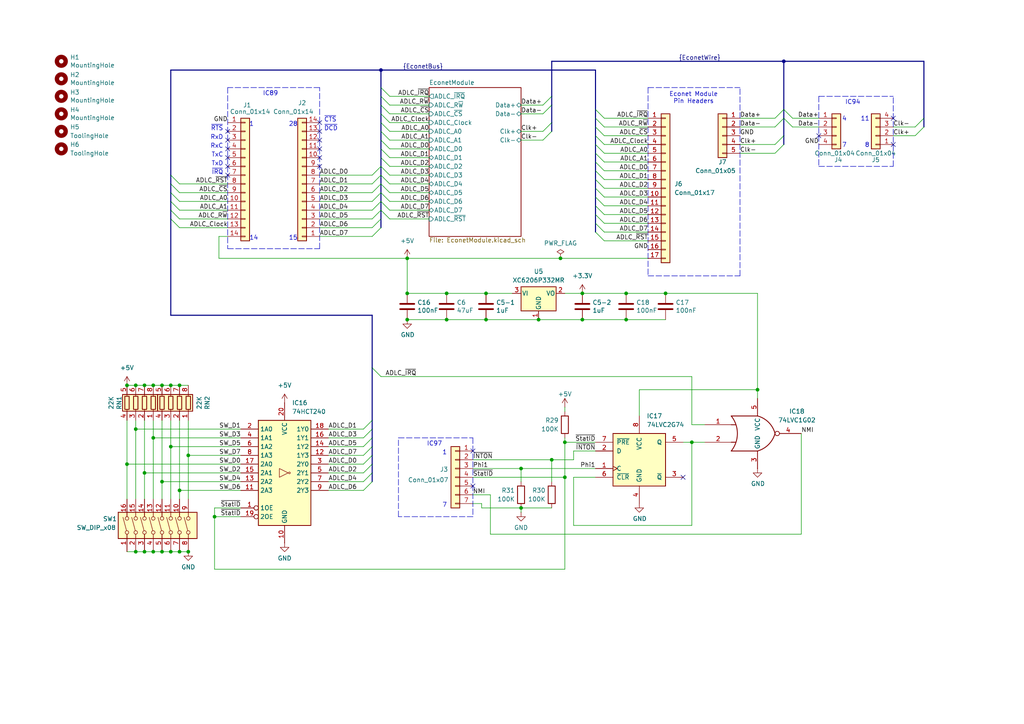
<source format=kicad_sch>
(kicad_sch (version 20250114) (generator "eeschema") (generator_version "9.0")
  (paper "A4")
  (title_block (title "Integrated Econet Adaptor for Model B - Issue 4 & 7") (date "2025-03-21") (rev "01") (company "Ken Lowe") (comment 1 "Rev 01: First revision"))
  (lib_symbols
    (symbol "74xGxx:74LVC1G02"
      (property "Reference" "U" (at -5.08 7.62 0))
      (property "Value" "74LVC1G02" (at 7.62 -7.62 0))
      (symbol "74LVC1G02_1_1"
        (pin input line (at -15.24 2.54 0) (length 7.62) (name "~") (number "1"))
        (pin input line (at -15.24 -2.54 0) (length 7.62) (name "~") (number "2"))
        (pin power_in line (at 0 10.16 270) (length 5.08) (name "VCC") (number "5"))
        (pin power_in line (at 0 -10.16 90) (length 5.08) (name "GND") (number "3"))
        (pin output inverted (at 12.7 0 180) (length 7.62) (name "~") (number "4"))
      )
    )
    (symbol "74xGxx:74LVC2G74" (pin_names (offset 1.016))
      (property "Reference" "U" (at -5.08 10.16 0))
      (property "Value" "74LVC2G74" (at 10.16 -10.16 0))
      (symbol "74LVC2G74_1_1"
        (pin input line (at -12.7 5.08 0) (length 5.08) (name "~{PRE}") (number "7"))
        (pin input line (at -12.7 2.54 0) (length 5.08) (name "D") (number "2"))
        (pin input clock (at -12.7 -2.54 0) (length 5.08) (name "C") (number "1"))
        (pin input line (at -12.7 -5.08 0) (length 5.08) (name "~{CLR}") (number "6"))
        (pin power_in line (at 0 12.7 270) (length 5.08) (name "VCC") (number "8"))
        (pin power_in line (at 0 -12.7 90) (length 5.08) (name "GND") (number "4"))
        (pin output line (at 12.7 5.08 180) (length 5.08) (name "Q") (number "5"))
        (pin output line (at 12.7 -5.08 180) (length 5.08) (name "~{Q}") (number "3"))
      )
    )
    (symbol "74xx:74HCT240"
      (property "Reference" "U" (at -7.62 16.51 0))
      (property "Value" "74HCT240" (at -7.62 -16.51 0))
      (symbol "74HCT240_1_0"
        (pin input line (at -12.7 12.7 0) (length 5.08) (name "1A0") (number "2"))
        (pin input line (at -12.7 10.16 0) (length 5.08) (name "1A1") (number "4"))
        (pin input line (at -12.7 7.62 0) (length 5.08) (name "1A2") (number "6"))
        (pin input line (at -12.7 5.08 0) (length 5.08) (name "1A3") (number "8"))
        (pin input line (at -12.7 2.54 0) (length 5.08) (name "2A0") (number "17"))
        (pin input line (at -12.7 0 0) (length 5.08) (name "2A1") (number "15"))
        (pin input line (at -12.7 -2.54 0) (length 5.08) (name "2A2") (number "13"))
        (pin input line (at -12.7 -5.08 0) (length 5.08) (name "2A3") (number "11"))
        (pin input inverted (at -12.7 -10.16 0) (length 5.08) (name "1OE") (number "1"))
        (pin input inverted (at -12.7 -12.7 0) (length 5.08) (name "2OE") (number "19"))
        (pin power_in line (at 0 20.32 270) (length 5.08) (name "VCC") (number "20"))
        (pin power_in line (at 0 -20.32 90) (length 5.08) (name "GND") (number "10"))
        (pin tri_state line (at 12.7 12.7 180) (length 5.08) (name "1Y0") (number "18"))
        (pin tri_state line (at 12.7 10.16 180) (length 5.08) (name "1Y1") (number "16"))
        (pin tri_state line (at 12.7 7.62 180) (length 5.08) (name "1Y2") (number "14"))
        (pin tri_state line (at 12.7 5.08 180) (length 5.08) (name "1Y3") (number "12"))
        (pin tri_state line (at 12.7 2.54 180) (length 5.08) (name "2Y0") (number "3"))
        (pin tri_state line (at 12.7 0 180) (length 5.08) (name "2Y1") (number "5"))
        (pin tri_state line (at 12.7 -2.54 180) (length 5.08) (name "2Y2") (number "7"))
        (pin tri_state line (at 12.7 -5.08 180) (length 5.08) (name "2Y3") (number "9"))
      )
    )
    (symbol "Conn_01x04_1" (pin_names (offset 1.016) (hide yes))
      (property "Reference" "J" (at 0 5.08 0))
      (property "Value" "Conn_01x04_1" (at 0 -7.62 0))
      (symbol "Conn_01x04_1_1_1"
        (pin passive line (at -5.08 2.54 0) (length 3.81) (name "Pin_1") (number "1"))
        (pin passive line (at -5.08 0 0) (length 3.81) (name "Pin_2") (number "2"))
        (pin passive line (at -5.08 -2.54 0) (length 3.81) (name "Pin_3") (number "3"))
        (pin passive line (at -5.08 -5.08 0) (length 3.81) (name "Pin_4") (number "4"))
      )
    )
    (symbol "Connector_Generic:Conn_01x04" (pin_names (offset 1.016) (hide yes))
      (property "Reference" "J" (at 0 5.08 0))
      (property "Value" "Conn_01x04" (at 0 -7.62 0))
      (symbol "Conn_01x04_1_1"
        (pin passive line (at -5.08 2.54 0) (length 3.81) (name "Pin_1") (number "1"))
        (pin passive line (at -5.08 0 0) (length 3.81) (name "Pin_2") (number "2"))
        (pin passive line (at -5.08 -2.54 0) (length 3.81) (name "Pin_3") (number "3"))
        (pin passive line (at -5.08 -5.08 0) (length 3.81) (name "Pin_4") (number "4"))
      )
    )
    (symbol "Connector_Generic:Conn_01x05" (pin_names (offset 1.016) (hide yes))
      (property "Reference" "J" (at 0 7.62 0))
      (property "Value" "Conn_01x05" (at 0 -7.62 0))
      (symbol "Conn_01x05_1_1"
        (pin passive line (at -5.08 5.08 0) (length 3.81) (name "Pin_1") (number "1"))
        (pin passive line (at -5.08 2.54 0) (length 3.81) (name "Pin_2") (number "2"))
        (pin passive line (at -5.08 0 0) (length 3.81) (name "Pin_3") (number "3"))
        (pin passive line (at -5.08 -2.54 0) (length 3.81) (name "Pin_4") (number "4"))
        (pin passive line (at -5.08 -5.08 0) (length 3.81) (name "Pin_5") (number "5"))
      )
    )
    (symbol "Connector_Generic:Conn_01x07" (pin_names (offset 1.016) (hide yes))
      (property "Reference" "J" (at 0 10.16 0))
      (property "Value" "Conn_01x07" (at 0 -10.16 0))
      (symbol "Conn_01x07_1_1"
        (pin passive line (at -5.08 7.62 0) (length 3.81) (name "Pin_1") (number "1"))
        (pin passive line (at -5.08 5.08 0) (length 3.81) (name "Pin_2") (number "2"))
        (pin passive line (at -5.08 2.54 0) (length 3.81) (name "Pin_3") (number "3"))
        (pin passive line (at -5.08 0 0) (length 3.81) (name "Pin_4") (number "4"))
        (pin passive line (at -5.08 -2.54 0) (length 3.81) (name "Pin_5") (number "5"))
        (pin passive line (at -5.08 -5.08 0) (length 3.81) (name "Pin_6") (number "6"))
        (pin passive line (at -5.08 -7.62 0) (length 3.81) (name "Pin_7") (number "7"))
      )
    )
    (symbol "Connector_Generic:Conn_01x14" (pin_names (offset 1.016) (hide yes))
      (property "Reference" "J" (at 0 17.78 0))
      (property "Value" "Conn_01x14" (at 0 -20.32 0))
      (symbol "Conn_01x14_1_1"
        (pin passive line (at -5.08 15.24 0) (length 3.81) (name "Pin_1") (number "1"))
        (pin passive line (at -5.08 12.7 0) (length 3.81) (name "Pin_2") (number "2"))
        (pin passive line (at -5.08 10.16 0) (length 3.81) (name "Pin_3") (number "3"))
        (pin passive line (at -5.08 7.62 0) (length 3.81) (name "Pin_4") (number "4"))
        (pin passive line (at -5.08 5.08 0) (length 3.81) (name "Pin_5") (number "5"))
        (pin passive line (at -5.08 2.54 0) (length 3.81) (name "Pin_6") (number "6"))
        (pin passive line (at -5.08 0 0) (length 3.81) (name "Pin_7") (number "7"))
        (pin passive line (at -5.08 -2.54 0) (length 3.81) (name "Pin_8") (number "8"))
        (pin passive line (at -5.08 -5.08 0) (length 3.81) (name "Pin_9") (number "9"))
        (pin passive line (at -5.08 -7.62 0) (length 3.81) (name "Pin_10") (number "10"))
        (pin passive line (at -5.08 -10.16 0) (length 3.81) (name "Pin_11") (number "11"))
        (pin passive line (at -5.08 -12.7 0) (length 3.81) (name "Pin_12") (number "12"))
        (pin passive line (at -5.08 -15.24 0) (length 3.81) (name "Pin_13") (number "13"))
        (pin passive line (at -5.08 -17.78 0) (length 3.81) (name "Pin_14") (number "14"))
      )
    )
    (symbol "Connector_Generic:Conn_01x17" (pin_names (offset 1.016) (hide yes))
      (property "Reference" "J" (at 0 22.86 0))
      (property "Value" "Conn_01x17" (at 0 -22.86 0))
      (symbol "Conn_01x17_1_1"
        (pin passive line (at -5.08 20.32 0) (length 3.81) (name "Pin_1") (number "1"))
        (pin passive line (at -5.08 17.78 0) (length 3.81) (name "Pin_2") (number "2"))
        (pin passive line (at -5.08 15.24 0) (length 3.81) (name "Pin_3") (number "3"))
        (pin passive line (at -5.08 12.7 0) (length 3.81) (name "Pin_4") (number "4"))
        (pin passive line (at -5.08 10.16 0) (length 3.81) (name "Pin_5") (number "5"))
        (pin passive line (at -5.08 7.62 0) (length 3.81) (name "Pin_6") (number "6"))
        (pin passive line (at -5.08 5.08 0) (length 3.81) (name "Pin_7") (number "7"))
        (pin passive line (at -5.08 2.54 0) (length 3.81) (name "Pin_8") (number "8"))
        (pin passive line (at -5.08 0 0) (length 3.81) (name "Pin_9") (number "9"))
        (pin passive line (at -5.08 -2.54 0) (length 3.81) (name "Pin_10") (number "10"))
        (pin passive line (at -5.08 -5.08 0) (length 3.81) (name "Pin_11") (number "11"))
        (pin passive line (at -5.08 -7.62 0) (length 3.81) (name "Pin_12") (number "12"))
        (pin passive line (at -5.08 -10.16 0) (length 3.81) (name "Pin_13") (number "13"))
        (pin passive line (at -5.08 -12.7 0) (length 3.81) (name "Pin_14") (number "14"))
        (pin passive line (at -5.08 -15.24 0) (length 3.81) (name "Pin_15") (number "15"))
        (pin passive line (at -5.08 -17.78 0) (length 3.81) (name "Pin_16") (number "16"))
        (pin passive line (at -5.08 -20.32 0) (length 3.81) (name "Pin_17") (number "17"))
      )
    )
    (symbol "Device:C" (pin_numbers (hide yes)) (pin_names (offset 0.254))
      (property "Reference" "C" (at 0.635 2.54 0))
      (property "Value" "C" (at 0.635 -2.54 0))
      (symbol "C_1_1"
        (pin passive line (at 0 3.81 270) (length 2.794) (name "~") (number "1"))
        (pin passive line (at 0 -3.81 90) (length 2.794) (name "~") (number "2"))
      )
    )
    (symbol "Device:R" (pin_numbers (hide yes)) (pin_names (offset 0))
      (property "Reference" "R" (at 2.032 0 90))
      (property "Value" "R" (at 0 0 90))
      (symbol "R_1_1"
        (pin passive line (at 0 3.81 270) (length 1.27) (name "~") (number "1"))
        (pin passive line (at 0 -3.81 90) (length 1.27) (name "~") (number "2"))
      )
    )
    (symbol "Device:R_Pack04" (pin_names (offset 0) (hide yes))
      (property "Reference" "RN" (at -7.62 0 90))
      (property "Value" "R_Pack04" (at 5.08 0 90))
      (symbol "R_Pack04_1_1"
        (pin passive line (at -5.08 5.08 270) (length 2.54) (name "R1.2") (number "8"))
        (pin passive line (at -5.08 -5.08 90) (length 2.54) (name "R1.1") (number "1"))
        (pin passive line (at -2.54 5.08 270) (length 2.54) (name "R2.2") (number "7"))
        (pin passive line (at -2.54 -5.08 90) (length 2.54) (name "R2.1") (number "2"))
        (pin passive line (at 0 5.08 270) (length 2.54) (name "R3.2") (number "6"))
        (pin passive line (at 0 -5.08 90) (length 2.54) (name "R3.1") (number "3"))
        (pin passive line (at 2.54 5.08 270) (length 2.54) (name "R4.2") (number "5"))
        (pin passive line (at 2.54 -5.08 90) (length 2.54) (name "R4.1") (number "4"))
      )
    )
    (symbol "Mechanical:MountingHole" (pin_names (offset 1.016)) (exclude_from_sim yes) (in_bom no)
      (property "Reference" "H" (at 0 5.08 0))
      (property "Value" "MountingHole" (at 0 3.175 0))
    )
    (symbol "Regulator_Linear:XC6206PxxxMR" (pin_names (offset 0.254))
      (property "Reference" "U" (at -3.81 3.175 0))
      (property "Value" "XC6206PxxxMR" (at 0 3.175 0))
      (symbol "XC6206PxxxMR_1_1"
        (pin power_in line (at -7.62 0 0) (length 2.54) (name "VI") (number "3"))
        (pin power_in line (at 0 -7.62 90) (length 2.54) (name "GND") (number "1"))
        (pin power_out line (at 7.62 0 180) (length 2.54) (name "VO") (number "2"))
      )
    )
    (symbol "Switch:SW_DIP_x08" (pin_names (offset 0) (hide yes))
      (property "Reference" "SW" (at 0 13.97 0))
      (property "Value" "SW_DIP_x08" (at 0 -11.43 0))
      (symbol "SW_DIP_x08_1_1"
        (pin passive line (at -7.62 10.16 0) (length 5.08) (name "~") (number "1"))
        (pin passive line (at -7.62 7.62 0) (length 5.08) (name "~") (number "2"))
        (pin passive line (at -7.62 5.08 0) (length 5.08) (name "~") (number "3"))
        (pin passive line (at -7.62 2.54 0) (length 5.08) (name "~") (number "4"))
        (pin passive line (at -7.62 0 0) (length 5.08) (name "~") (number "5"))
        (pin passive line (at -7.62 -2.54 0) (length 5.08) (name "~") (number "6"))
        (pin passive line (at -7.62 -5.08 0) (length 5.08) (name "~") (number "7"))
        (pin passive line (at -7.62 -7.62 0) (length 5.08) (name "~") (number "8"))
        (pin passive line (at 7.62 10.16 180) (length 5.08) (name "~") (number "16"))
        (pin passive line (at 7.62 7.62 180) (length 5.08) (name "~") (number "15"))
        (pin passive line (at 7.62 5.08 180) (length 5.08) (name "~") (number "14"))
        (pin passive line (at 7.62 2.54 180) (length 5.08) (name "~") (number "13"))
        (pin passive line (at 7.62 0 180) (length 5.08) (name "~") (number "12"))
        (pin passive line (at 7.62 -2.54 180) (length 5.08) (name "~") (number "11"))
        (pin passive line (at 7.62 -5.08 180) (length 5.08) (name "~") (number "10"))
        (pin passive line (at 7.62 -7.62 180) (length 5.08) (name "~") (number "9"))
      )
    )
    (symbol "power:+3.3V" (power) (pin_numbers (hide yes)) (pin_names (offset 0) (hide yes))
      (property "Value" "+3.3V" (at 0 3.556 0))
      (symbol "+3.3V_1_1"
        (pin power_in line (at 0 0 90) (length 0) (name "~") (number "1"))
      )
    )
    (symbol "power:+5V" (power) (pin_numbers (hide yes)) (pin_names (offset 0) (hide yes))
      (property "Value" "+5V" (at 0 3.556 0))
      (symbol "+5V_1_1"
        (pin power_in line (at 0 0 90) (length 0) (name "~") (number "1"))
      )
    )
    (symbol "power:GND" (power) (pin_numbers (hide yes)) (pin_names (offset 0) (hide yes))
      (property "Value" "GND" (at 0 -3.81 0))
      (symbol "GND_1_1"
        (pin power_in line (at 0 0 270) (length 0) (name "~") (number "1"))
      )
    )
    (symbol "power:PWR_FLAG" (power) (pin_numbers (hide yes)) (pin_names (offset 0) (hide yes))
      (property "Value" "PWR_FLAG" (at 0 3.81 0))
      (symbol "PWR_FLAG_0_0"
        (pin power_out line (at 0 0 90) (length 0) (name "~") (number "1"))
      )
    )
  )
  (bus_alias "EconetBus" (members "ADLC_A0" "ADLC_A1" "ADLC_~{CS}" "ADLC_Clock" "ADLC_D0" "ADLC_D1" "ADLC_D2" "ADLC_D3" "ADLC_D4" "ADLC_D5" "ADLC_D6" "ADLC_D7" "ADLC_~{IRQ}" "ADLC_~{RST}" "ADLC_R~{W}"))
  (bus_alias "EconetWire" (members "Data+" "Data-" "Clk+" "Clk-"))
  (text "8" (at 252.222 42.926 0) (effects (font (size 1.27 1.27)) (justify right bottom)))
  (text "~{CTS}" (at 93.98 35.56 0) (effects (font (size 1.27 1.27)) (justify left bottom)))
  (text "TxD" (at 64.77 48.26 0) (effects (font (size 1.27 1.27)) (justify right bottom)))
  (text "IC97" (at 128.27 129.54 0) (effects (font (size 1.27 1.27)) (justify right bottom)))
  (text "14" (at 74.93 69.85 0) (effects (font (size 1.27 1.27)) (justify right bottom)))
  (text "~{IRQ}" (at 64.77 50.8 0) (effects (font (size 1.27 1.27)) (justify right bottom)))
  (text "15" (at 86.36 69.85 0) (effects (font (size 1.27 1.27)) (justify right bottom)))
  (text "~{RTS}" (at 64.77 38.1 0) (effects (font (size 1.27 1.27)) (justify right bottom)))
  (text "7" (at 128.27 147.32 0) (effects (font (size 1.27 1.27)) (justify left bottom)))
  (text "RxD" (at 64.77 40.64 0) (effects (font (size 1.27 1.27)) (justify right bottom)))
  (text "11" (at 252.222 35.306 0) (effects (font (size 1.27 1.27)) (justify right bottom)))
  (text "IC94" (at 245.11 30.48 0) (effects (font (size 1.27 1.27)) (justify left bottom)))
  (text "RxC" (at 64.77 43.18 0) (effects (font (size 1.27 1.27)) (justify right bottom)))
  (text "28" (at 86.36 36.83 0) (effects (font (size 1.27 1.27)) (justify right bottom)))
  (text "Econet Module\nPin Headers" (at 201.168 30.226 0) (effects (font (size 1.27 1.27)) (justify bottom)))
  (text "TxC" (at 64.77 45.72 0) (effects (font (size 1.27 1.27)) (justify right bottom)))
  (text "1" (at 128.27 132.08 0) (effects (font (size 1.27 1.27)) (justify left bottom)))
  (text "1" (at 73.66 36.83 0) (effects (font (size 1.27 1.27)) (justify right bottom)))
  (text "7" (at 245.618 42.926 0) (effects (font (size 1.27 1.27)) (justify right bottom)))
  (text "4" (at 245.618 35.306 0) (effects (font (size 1.27 1.27)) (justify right bottom)))
  (text "IC89" (at 76.2 27.94 0) (effects (font (size 1.27 1.27)) (justify left bottom)))
  (text "~{DCD}" (at 93.98 38.1 0) (effects (font (size 1.27 1.27)) (justify left bottom)))
  (junction (at 54.61 160.02))
  (junction (at 140.97 85.09))
  (junction (at 118.11 74.93))
  (junction (at 46.99 111.76))
  (junction (at 49.53 160.02))
  (junction (at 118.11 85.09))
  (junction (at 44.45 160.02))
  (junction (at 151.13 135.89))
  (junction (at 168.91 92.71))
  (junction (at 44.45 127))
  (junction (at 52.07 160.02))
  (junction (at 129.54 85.09))
  (junction (at 39.37 111.76))
  (junction (at 193.04 85.09))
  (junction (at 46.99 160.02))
  (junction (at 219.71 113.03))
  (junction (at 163.83 128.27))
  (junction (at 41.91 111.76))
  (junction (at 44.45 111.76))
  (junction (at 46.99 139.7))
  (junction (at 140.97 92.71))
  (junction (at 181.61 92.71))
  (junction (at 36.83 134.62))
  (junction (at 39.37 160.02))
  (junction (at 41.91 137.16))
  (junction (at 49.53 111.76))
  (junction (at 52.07 142.24))
  (junction (at 54.61 132.08))
  (junction (at 151.13 147.32))
  (junction (at 160.02 133.35))
  (junction (at 52.07 111.76))
  (junction (at 162.56 74.93))
  (junction (at 156.21 92.71))
  (junction (at 129.54 92.71))
  (junction (at 227.33 17.78))
  (junction (at 39.37 124.46))
  (junction (at 118.11 92.71))
  (junction (at 41.91 160.02))
  (junction (at 163.83 138.43))
  (junction (at 168.91 85.09))
  (junction (at 36.83 111.76))
  (junction (at 62.23 149.86))
  (junction (at 200.66 128.27))
  (junction (at 110.49 20.32))
  (junction (at 181.61 85.09))
  (junction (at 49.53 129.54))
  (no_connect (at 66.04 45.72))
  (no_connect (at 198.12 138.43))
  (no_connect (at 92.71 43.18))
  (no_connect (at 66.04 50.8))
  (no_connect (at 66.04 48.26))
  (no_connect (at 92.71 45.72))
  (no_connect (at 237.49 39.37))
  (no_connect (at 137.16 140.97))
  (no_connect (at 92.71 40.64))
  (no_connect (at 137.16 130.81))
  (no_connect (at 259.08 34.29))
  (no_connect (at 66.04 38.1))
  (no_connect (at 92.71 48.26))
  (no_connect (at 92.71 38.1))
  (no_connect (at 66.04 43.18))
  (no_connect (at 92.71 35.56))
  (no_connect (at 259.08 41.91))
  (no_connect (at 66.04 40.64))
  (bus_entry (at 172.72 64.77) (size 2.54 2.54))
  (bus_entry (at 160.02 35.56) (size -2.54 2.54))
  (bus_entry (at 49.53 55.88) (size 2.54 2.54))
  (bus_entry (at 160.02 27.94) (size -2.54 2.54))
  (bus_entry (at 105.41 142.24) (size 2.54 -2.54))
  (bus_entry (at 105.41 134.62) (size 2.54 -2.54))
  (bus_entry (at 172.72 41.91) (size 2.54 2.54))
  (bus_entry (at 160.02 38.1) (size -2.54 2.54))
  (bus_entry (at 105.41 127) (size 2.54 -2.54))
  (bus_entry (at 110.49 55.88) (size -2.54 2.54))
  (bus_entry (at 110.49 45.72) (size 2.54 2.54))
  (bus_entry (at 113.03 60.96) (size -2.54 -2.54))
  (bus_entry (at 172.72 57.15) (size 2.54 2.54))
  (bus_entry (at 110.49 53.34) (size -2.54 2.54))
  (bus_entry (at 172.72 36.83) (size 2.54 2.54))
  (bus_entry (at 227.33 41.91) (size -2.54 2.54))
  (bus_entry (at 105.41 132.08) (size 2.54 -2.54))
  (bus_entry (at 105.41 129.54) (size 2.54 -2.54))
  (bus_entry (at 49.53 58.42) (size 2.54 2.54))
  (bus_entry (at 113.03 55.88) (size -2.54 -2.54))
  (bus_entry (at 105.41 124.46) (size 2.54 -2.54))
  (bus_entry (at 113.03 58.42) (size -2.54 -2.54))
  (bus_entry (at 110.49 40.64) (size 2.54 2.54))
  (bus_entry (at 227.33 31.75) (size -2.54 2.54))
  (bus_entry (at 172.72 67.31) (size 2.54 2.54))
  (bus_entry (at 110.49 60.96) (size -2.54 2.54))
  (bus_entry (at 110.49 30.48) (size 2.54 2.54))
  (bus_entry (at 110.49 58.42) (size -2.54 2.54))
  (bus_entry (at 113.03 63.5) (size -2.54 -2.54))
  (bus_entry (at 110.49 35.56) (size 2.54 2.54))
  (bus_entry (at 267.97 34.29) (size -2.54 2.54))
  (bus_entry (at 227.33 34.29) (size -2.54 2.54))
  (bus_entry (at 110.49 27.94) (size 2.54 2.54))
  (bus_entry (at 110.49 25.4) (size 2.54 2.54))
  (bus_entry (at 160.02 30.48) (size -2.54 2.54))
  (bus_entry (at 229.87 34.29) (size -2.54 -2.54))
  (bus_entry (at 110.49 50.8) (size -2.54 2.54))
  (bus_entry (at 229.87 36.83) (size -2.54 -2.54))
  (bus_entry (at 172.72 44.45) (size 2.54 2.54))
  (bus_entry (at 172.72 39.37) (size 2.54 2.54))
  (bus_entry (at 110.49 33.02) (size 2.54 2.54))
  (bus_entry (at 49.53 50.8) (size 2.54 2.54))
  (bus_entry (at 172.72 52.07) (size 2.54 2.54))
  (bus_entry (at 172.72 62.23) (size 2.54 2.54))
  (bus_entry (at 105.41 137.16) (size 2.54 -2.54))
  (bus_entry (at 49.53 60.96) (size 2.54 2.54))
  (bus_entry (at 49.53 63.5) (size 2.54 2.54))
  (bus_entry (at 110.49 43.18) (size 2.54 2.54))
  (bus_entry (at 227.33 39.37) (size -2.54 2.54))
  (bus_entry (at 110.49 66.04) (size -2.54 2.54))
  (bus_entry (at 172.72 31.75) (size 2.54 2.54))
  (bus_entry (at 110.49 48.26) (size -2.54 2.54))
  (bus_entry (at 172.72 54.61) (size 2.54 2.54))
  (bus_entry (at 49.53 53.34) (size 2.54 2.54))
  (bus_entry (at 172.72 34.29) (size 2.54 2.54))
  (bus_entry (at 172.72 59.69) (size 2.54 2.54))
  (bus_entry (at 113.03 50.8) (size -2.54 -2.54))
  (bus_entry (at 107.95 106.68) (size 2.54 2.54))
  (bus_entry (at 110.49 38.1) (size 2.54 2.54))
  (bus_entry (at 172.72 49.53) (size 2.54 2.54))
  (bus_entry (at 172.72 46.99) (size 2.54 2.54))
  (bus_entry (at 110.49 63.5) (size -2.54 2.54))
  (bus_entry (at 105.41 139.7) (size 2.54 -2.54))
  (bus_entry (at 113.03 53.34) (size -2.54 -2.54))
  (bus_entry (at 267.97 36.83) (size -2.54 2.54))
  (wire (pts (xy 62.23 165.1) (xy 163.83 165.1)))
  (wire (pts (xy 229.87 34.29) (xy 237.49 34.29)))
  (wire (pts (xy 110.49 109.22) (xy 200.66 109.22)))
  (wire (pts (xy 137.16 133.35) (xy 160.02 133.35)))
  (bus (pts (xy 49.53 60.96) (xy 49.53 63.5)))
  (bus (pts (xy 110.49 33.02) (xy 110.49 30.48)))
  (wire (pts (xy 168.91 85.09) (xy 181.61 85.09)))
  (polyline (pts (xy 115.57 149.86) (xy 115.57 127)) (stroke (width 0) (type dash)))
  (wire (pts (xy 166.37 152.4) (xy 200.66 152.4)))
  (wire (pts (xy 113.03 43.18) (xy 124.46 43.18)))
  (bus (pts (xy 172.72 52.07) (xy 172.72 54.61)))
  (polyline (pts (xy 66.04 25.4) (xy 66.04 72.136)) (stroke (width 0) (type dash)))
  (wire (pts (xy 181.61 92.71) (xy 193.04 92.71)))
  (wire (pts (xy 118.11 92.71) (xy 129.54 92.71)))
  (wire (pts (xy 129.54 85.09) (xy 140.97 85.09)))
  (wire (pts (xy 46.99 121.92) (xy 46.99 139.7)))
  (wire (pts (xy 200.66 128.27) (xy 198.12 128.27)))
  (wire (pts (xy 214.63 41.91) (xy 224.79 41.91)))
  (wire (pts (xy 41.91 160.02) (xy 44.45 160.02)))
  (wire (pts (xy 46.99 160.02) (xy 49.53 160.02)))
  (wire (pts (xy 92.71 63.5) (xy 107.95 63.5)))
  (polyline (pts (xy 237.49 48.26) (xy 259.08 48.26)) (stroke (width 0) (type dash)))
  (bus (pts (xy 160.02 27.94) (xy 160.02 30.48)))
  (wire (pts (xy 52.07 66.04) (xy 66.04 66.04)))
  (wire (pts (xy 185.42 120.65) (xy 185.42 113.03)))
  (wire (pts (xy 175.26 36.83) (xy 187.96 36.83)))
  (wire (pts (xy 214.63 44.45) (xy 224.79 44.45)))
  (bus (pts (xy 49.53 91.44) (xy 107.95 91.44)))
  (wire (pts (xy 62.23 149.86) (xy 62.23 165.1)))
  (wire (pts (xy 140.97 85.09) (xy 148.59 85.09)))
  (bus (pts (xy 107.95 106.68) (xy 107.95 121.92)))
  (wire (pts (xy 219.71 113.03) (xy 219.71 115.57)))
  (polyline (pts (xy 187.96 25.4) (xy 187.96 80.01)) (stroke (width 0) (type dash)))
  (wire (pts (xy 113.03 58.42) (xy 124.46 58.42)))
  (polyline (pts (xy 259.08 48.26) (xy 259.08 27.94)) (stroke (width 0) (type dash)))
  (wire (pts (xy 214.63 36.83) (xy 224.79 36.83)))
  (bus (pts (xy 172.72 64.77) (xy 172.72 67.31)))
  (wire (pts (xy 52.07 55.88) (xy 66.04 55.88)))
  (wire (pts (xy 151.13 135.89) (xy 151.13 139.7)))
  (wire (pts (xy 151.13 40.64) (xy 157.48 40.64)))
  (bus (pts (xy 107.95 132.08) (xy 107.95 134.62)))
  (bus (pts (xy 227.33 17.78) (xy 267.97 17.78)))
  (wire (pts (xy 193.04 85.09) (xy 219.71 85.09)))
  (bus (pts (xy 110.49 50.8) (xy 110.49 48.26)))
  (wire (pts (xy 175.26 69.85) (xy 187.96 69.85)))
  (wire (pts (xy 175.26 54.61) (xy 187.96 54.61)))
  (bus (pts (xy 160.02 30.48) (xy 160.02 35.56)))
  (wire (pts (xy 219.71 85.09) (xy 219.71 113.03)))
  (wire (pts (xy 62.23 147.32) (xy 69.85 147.32)))
  (wire (pts (xy 175.26 52.07) (xy 187.96 52.07)))
  (wire (pts (xy 142.24 154.94) (xy 142.24 143.51)))
  (bus (pts (xy 227.33 17.78) (xy 227.33 31.75)))
  (wire (pts (xy 175.26 46.99) (xy 187.96 46.99)))
  (wire (pts (xy 118.11 85.09) (xy 118.11 74.93)))
  (wire (pts (xy 113.03 35.56) (xy 124.46 35.56)))
  (wire (pts (xy 52.07 58.42) (xy 66.04 58.42)))
  (wire (pts (xy 113.03 48.26) (xy 124.46 48.26)))
  (wire (pts (xy 113.03 53.34) (xy 124.46 53.34)))
  (polyline (pts (xy 137.16 149.86) (xy 115.57 149.86)) (stroke (width 0) (type dash)))
  (wire (pts (xy 163.83 138.43) (xy 163.83 165.1)))
  (wire (pts (xy 113.03 55.88) (xy 124.46 55.88)))
  (wire (pts (xy 151.13 147.32) (xy 151.13 148.59)))
  (wire (pts (xy 200.66 123.19) (xy 204.47 123.19)))
  (wire (pts (xy 151.13 33.02) (xy 157.48 33.02)))
  (bus (pts (xy 107.95 91.44) (xy 107.95 106.68)))
  (wire (pts (xy 175.26 67.31) (xy 187.96 67.31)))
  (wire (pts (xy 41.91 137.16) (xy 69.85 137.16)))
  (bus (pts (xy 107.95 127) (xy 107.95 129.54)))
  (wire (pts (xy 168.91 92.71) (xy 181.61 92.71)))
  (wire (pts (xy 113.03 33.02) (xy 124.46 33.02)))
  (bus (pts (xy 49.53 55.88) (xy 49.53 58.42)))
  (wire (pts (xy 49.53 129.54) (xy 69.85 129.54)))
  (wire (pts (xy 175.26 34.29) (xy 187.96 34.29)))
  (wire (pts (xy 137.16 135.89) (xy 151.13 135.89)))
  (wire (pts (xy 151.13 147.32) (xy 160.02 147.32)))
  (wire (pts (xy 52.07 111.76) (xy 54.61 111.76)))
  (wire (pts (xy 142.24 143.51) (xy 137.16 143.51)))
  (wire (pts (xy 39.37 124.46) (xy 39.37 144.78)))
  (bus (pts (xy 49.53 20.32) (xy 49.53 50.8)))
  (bus (pts (xy 110.49 48.26) (xy 110.49 45.72)))
  (bus (pts (xy 107.95 121.92) (xy 107.95 124.46)))
  (bus (pts (xy 110.49 63.5) (xy 110.49 60.96)))
  (polyline (pts (xy 92.71 72.136) (xy 92.71 25.4)) (stroke (width 0) (type dash)))
  (wire (pts (xy 36.83 160.02) (xy 39.37 160.02)))
  (wire (pts (xy 175.26 41.91) (xy 187.96 41.91)))
  (wire (pts (xy 162.56 74.93) (xy 187.96 74.93)))
  (bus (pts (xy 172.72 59.69) (xy 172.72 62.23)))
  (bus (pts (xy 172.72 46.99) (xy 172.72 49.53)))
  (polyline (pts (xy 66.04 72.136) (xy 92.71 72.136)) (stroke (width 0) (type dash)))
  (bus (pts (xy 172.72 49.53) (xy 172.72 52.07)))
  (wire (pts (xy 95.25 134.62) (xy 105.41 134.62)))
  (wire (pts (xy 52.07 60.96) (xy 66.04 60.96)))
  (bus (pts (xy 172.72 31.75) (xy 172.72 34.29)))
  (wire (pts (xy 63.5 74.93) (xy 118.11 74.93)))
  (bus (pts (xy 107.95 129.54) (xy 107.95 132.08)))
  (wire (pts (xy 185.42 113.03) (xy 219.71 113.03)))
  (wire (pts (xy 139.7 147.32) (xy 139.7 146.05)))
  (bus (pts (xy 172.72 36.83) (xy 172.72 39.37)))
  (wire (pts (xy 62.23 149.86) (xy 69.85 149.86)))
  (bus (pts (xy 49.53 63.5) (xy 49.53 91.44)))
  (polyline (pts (xy 237.49 27.94) (xy 259.08 27.94)) (stroke (width 0) (type dash)))
  (bus (pts (xy 110.49 20.32) (xy 49.53 20.32)))
  (wire (pts (xy 113.03 50.8) (xy 124.46 50.8)))
  (wire (pts (xy 39.37 111.76) (xy 41.91 111.76)))
  (polyline (pts (xy 187.96 80.01) (xy 214.63 80.01)) (stroke (width 0) (type dash)))
  (wire (pts (xy 49.53 111.76) (xy 52.07 111.76)))
  (bus (pts (xy 172.72 44.45) (xy 172.72 46.99)))
  (wire (pts (xy 52.07 160.02) (xy 54.61 160.02)))
  (bus (pts (xy 267.97 34.29) (xy 267.97 36.83)))
  (bus (pts (xy 110.49 50.8) (xy 110.49 53.34)))
  (bus (pts (xy 110.49 35.56) (xy 110.49 33.02)))
  (wire (pts (xy 44.45 127) (xy 69.85 127)))
  (wire (pts (xy 46.99 139.7) (xy 69.85 139.7)))
  (wire (pts (xy 259.08 36.83) (xy 265.43 36.83)))
  (wire (pts (xy 175.26 39.37) (xy 187.96 39.37)))
  (bus (pts (xy 110.49 45.72) (xy 110.49 43.18)))
  (wire (pts (xy 92.71 58.42) (xy 107.95 58.42)))
  (wire (pts (xy 44.45 121.92) (xy 44.45 127)))
  (polyline (pts (xy 115.57 127) (xy 137.16 127)) (stroke (width 0) (type dash)))
  (wire (pts (xy 52.07 142.24) (xy 69.85 142.24)))
  (wire (pts (xy 214.63 34.29) (xy 224.79 34.29)))
  (bus (pts (xy 110.49 55.88) (xy 110.49 53.34)))
  (bus (pts (xy 49.53 50.8) (xy 49.53 53.34)))
  (wire (pts (xy 160.02 133.35) (xy 166.37 133.35)))
  (bus (pts (xy 110.49 40.64) (xy 110.49 38.1)))
  (wire (pts (xy 163.83 85.09) (xy 168.91 85.09)))
  (wire (pts (xy 39.37 124.46) (xy 69.85 124.46)))
  (wire (pts (xy 62.23 147.32) (xy 62.23 149.86)))
  (wire (pts (xy 160.02 133.35) (xy 160.02 139.7)))
  (bus (pts (xy 172.72 41.91) (xy 172.72 44.45)))
  (polyline (pts (xy 237.49 27.94) (xy 237.49 48.26)) (stroke (width 0) (type dash)))
  (wire (pts (xy 166.37 138.43) (xy 166.37 152.4)))
  (wire (pts (xy 156.21 92.71) (xy 168.91 92.71)))
  (wire (pts (xy 259.08 39.37) (xy 265.43 39.37)))
  (wire (pts (xy 113.03 38.1) (xy 124.46 38.1)))
  (wire (pts (xy 175.26 44.45) (xy 187.96 44.45)))
  (wire (pts (xy 166.37 130.81) (xy 172.72 130.81)))
  (bus (pts (xy 110.49 30.48) (xy 110.49 27.94)))
  (wire (pts (xy 92.71 68.58) (xy 107.95 68.58)))
  (bus (pts (xy 107.95 124.46) (xy 107.95 127)))
  (wire (pts (xy 41.91 137.16) (xy 41.91 144.78)))
  (bus (pts (xy 49.53 53.34) (xy 49.53 55.88)))
  (wire (pts (xy 44.45 160.02) (xy 46.99 160.02)))
  (bus (pts (xy 172.72 39.37) (xy 172.72 41.91)))
  (wire (pts (xy 52.07 142.24) (xy 52.07 144.78)))
  (wire (pts (xy 49.53 121.92) (xy 49.53 129.54)))
  (wire (pts (xy 229.87 36.83) (xy 237.49 36.83)))
  (bus (pts (xy 110.49 60.96) (xy 110.49 58.42)))
  (wire (pts (xy 54.61 132.08) (xy 54.61 144.78)))
  (wire (pts (xy 175.26 49.53) (xy 187.96 49.53)))
  (wire (pts (xy 113.03 63.5) (xy 124.46 63.5)))
  (wire (pts (xy 95.25 127) (xy 105.41 127)))
  (polyline (pts (xy 92.71 25.4) (xy 66.04 25.4)) (stroke (width 0) (type dash)))
  (wire (pts (xy 113.03 60.96) (xy 124.46 60.96)))
  (wire (pts (xy 92.71 60.96) (xy 107.95 60.96)))
  (bus (pts (xy 172.72 34.29) (xy 172.72 36.83)))
  (wire (pts (xy 46.99 111.76) (xy 49.53 111.76)))
  (wire (pts (xy 163.83 118.11) (xy 163.83 119.38)))
  (wire (pts (xy 151.13 30.48) (xy 157.48 30.48)))
  (wire (pts (xy 52.07 121.92) (xy 52.07 142.24)))
  (wire (pts (xy 163.83 128.27) (xy 163.83 138.43)))
  (wire (pts (xy 46.99 139.7) (xy 46.99 144.78)))
  (wire (pts (xy 175.26 59.69) (xy 187.96 59.69)))
  (polyline (pts (xy 187.96 25.4) (xy 214.63 25.4)) (stroke (width 0) (type dash)))
  (bus (pts (xy 107.95 137.16) (xy 107.95 139.7)))
  (bus (pts (xy 267.97 17.78) (xy 267.97 34.29)))
  (wire (pts (xy 140.97 92.71) (xy 156.21 92.71)))
  (wire (pts (xy 142.24 154.94) (xy 232.41 154.94)))
  (wire (pts (xy 92.71 55.88) (xy 107.95 55.88)))
  (wire (pts (xy 36.83 111.76) (xy 39.37 111.76)))
  (wire (pts (xy 95.25 139.7) (xy 105.41 139.7)))
  (wire (pts (xy 175.26 64.77) (xy 187.96 64.77)))
  (wire (pts (xy 139.7 146.05) (xy 137.16 146.05)))
  (bus (pts (xy 110.49 66.04) (xy 110.49 63.5)))
  (polyline (pts (xy 214.63 80.01) (xy 214.63 25.4)) (stroke (width 0) (type dash)))
  (wire (pts (xy 129.54 85.09) (xy 118.11 85.09)))
  (wire (pts (xy 163.83 128.27) (xy 172.72 128.27)))
  (wire (pts (xy 175.26 62.23) (xy 187.96 62.23)))
  (bus (pts (xy 110.49 20.32) (xy 172.72 20.32)))
  (bus (pts (xy 160.02 17.78) (xy 227.33 17.78)))
  (wire (pts (xy 54.61 121.92) (xy 54.61 132.08)))
  (wire (pts (xy 44.45 111.76) (xy 46.99 111.76)))
  (wire (pts (xy 113.03 40.64) (xy 124.46 40.64)))
  (bus (pts (xy 110.49 27.94) (xy 110.49 25.4)))
  (wire (pts (xy 49.53 160.02) (xy 52.07 160.02)))
  (wire (pts (xy 113.03 30.48) (xy 124.46 30.48)))
  (wire (pts (xy 39.37 160.02) (xy 41.91 160.02)))
  (bus (pts (xy 110.49 25.4) (xy 110.49 20.32)))
  (bus (pts (xy 49.53 58.42) (xy 49.53 60.96)))
  (bus (pts (xy 227.33 34.29) (xy 227.33 39.37)))
  (wire (pts (xy 41.91 111.76) (xy 44.45 111.76)))
  (wire (pts (xy 36.83 134.62) (xy 69.85 134.62)))
  (bus (pts (xy 227.33 39.37) (xy 227.33 41.91)))
  (wire (pts (xy 95.25 137.16) (xy 105.41 137.16)))
  (bus (pts (xy 172.72 54.61) (xy 172.72 57.15)))
  (wire (pts (xy 113.03 27.94) (xy 124.46 27.94)))
  (wire (pts (xy 95.25 142.24) (xy 105.41 142.24)))
  (wire (pts (xy 118.11 74.93) (xy 162.56 74.93)))
  (bus (pts (xy 172.72 62.23) (xy 172.72 64.77)))
  (wire (pts (xy 151.13 135.89) (xy 172.72 135.89)))
  (wire (pts (xy 95.25 132.08) (xy 105.41 132.08)))
  (bus (pts (xy 110.49 58.42) (xy 110.49 55.88)))
  (wire (pts (xy 200.66 109.22) (xy 200.66 123.19)))
  (wire (pts (xy 54.61 132.08) (xy 69.85 132.08)))
  (wire (pts (xy 52.07 63.5) (xy 66.04 63.5)))
  (wire (pts (xy 52.07 53.34) (xy 66.04 53.34)))
  (wire (pts (xy 139.7 147.32) (xy 151.13 147.32)))
  (wire (pts (xy 232.41 154.94) (xy 232.41 125.73)))
  (bus (pts (xy 160.02 17.78) (xy 160.02 27.94)))
  (wire (pts (xy 95.25 129.54) (xy 105.41 129.54)))
  (wire (pts (xy 92.71 53.34) (xy 107.95 53.34)))
  (wire (pts (xy 49.53 129.54) (xy 49.53 144.78)))
  (wire (pts (xy 163.83 127) (xy 163.83 128.27)))
  (wire (pts (xy 92.71 66.04) (xy 107.95 66.04)))
  (wire (pts (xy 92.71 50.8) (xy 107.95 50.8)))
  (wire (pts (xy 151.13 38.1) (xy 157.48 38.1)))
  (bus (pts (xy 107.95 134.62) (xy 107.95 137.16)))
  (bus (pts (xy 172.72 20.32) (xy 172.72 31.75)))
  (wire (pts (xy 175.26 57.15) (xy 187.96 57.15)))
  (bus (pts (xy 172.72 57.15) (xy 172.72 59.69)))
  (bus (pts (xy 110.49 38.1) (xy 110.49 35.56)))
  (wire (pts (xy 63.5 68.58) (xy 63.5 74.93)))
  (wire (pts (xy 200.66 152.4) (xy 200.66 128.27)))
  (wire (pts (xy 137.16 138.43) (xy 163.83 138.43)))
  (wire (pts (xy 129.54 92.71) (xy 140.97 92.71)))
  (wire (pts (xy 36.83 121.92) (xy 36.83 134.62)))
  (wire (pts (xy 41.91 121.92) (xy 41.91 137.16)))
  (polyline (pts (xy 137.16 127) (xy 137.16 149.86)) (stroke (width 0) (type dash)))
  (wire (pts (xy 113.03 45.72) (xy 124.46 45.72)))
  (wire (pts (xy 44.45 127) (xy 44.45 144.78)))
  (bus (pts (xy 160.02 35.56) (xy 160.02 38.1)))
  (wire (pts (xy 39.37 121.92) (xy 39.37 124.46)))
  (wire (pts (xy 36.83 134.62) (xy 36.83 144.78)))
  (wire (pts (xy 172.72 138.43) (xy 166.37 138.43)))
  (bus (pts (xy 110.49 43.18) (xy 110.49 40.64)))
  (wire (pts (xy 166.37 133.35) (xy 166.37 130.81)))
  (wire (pts (xy 181.61 85.09) (xy 193.04 85.09)))
  (wire (pts (xy 63.5 68.58) (xy 66.04 68.58)))
  (bus (pts (xy 227.33 31.75) (xy 227.33 34.29)))
  (wire (pts (xy 95.25 124.46) (xy 105.41 124.46)))
  (wire (pts (xy 200.66 128.27) (xy 204.47 128.27)))
  (label "~{StatID}" (at 172.72 128.27 180))
  (label "Clk+" (at 214.63 41.91 0))
  (label "ADLC_D7" (at 187.96 67.31 180))
  (label "~{StatID}" (at 137.16 138.43 0))
  (label "ADLC_D0" (at 187.96 49.53 180))
  (label "ADLC_D6" (at 92.71 66.04 0))
  (label "ADLC_D6" (at 124.46 58.42 180))
  (label "ADLC_D0" (at 95.25 134.62 0))
  (label "ADLC_D4" (at 92.71 60.96 0))
  (label "Data-" (at 237.49 36.83 180))
  (label "ADLC_D3" (at 95.25 127 0))
  (label "GND" (at 66.04 35.56 180))
  (label "ADLC_R~{W}" (at 187.96 36.83 180))
  (label "ADLC_A0" (at 66.04 58.42 180))
  (label "ADLC_Clock" (at 124.46 35.56 180))
  (label "ADLC_~{CS}" (at 187.96 39.37 180))
  (label "ADLC_D4" (at 124.46 53.34 180))
  (label "GND" (at 237.49 41.91 180))
  (label "ADLC_D5" (at 95.25 129.54 0))
  (label "Clk-" (at 151.13 40.64 0))
  (label "ADLC_D3" (at 187.96 57.15 180))
  (label "ADLC_D4" (at 95.25 139.7 0))
  (label "ADLC_~{IRQ}" (at 124.46 27.94 180))
  (label "Clk-" (at 214.63 44.45 0))
  (label "~{INTON}" (at 172.72 130.81 180))
  (label "ADLC_D1" (at 124.46 45.72 180))
  (label "GND" (at 187.96 72.39 180))
  (label "SW_D6" (at 69.85 142.24 180))
  (label "ADLC_R~{W}" (at 124.46 30.48 180))
  (label "ADLC_A1" (at 66.04 60.96 180))
  (label "ADLC_R~{W}" (at 66.04 63.5 180))
  (label "ADLC_~{RST}" (at 66.04 53.34 180))
  (label "ADLC_D2" (at 187.96 54.61 180))
  (label "Clk+" (at 151.13 38.1 0))
  (label "ADLC_~{IRQ}" (at 111.76 109.22 0))
  (label "ADLC_A1" (at 124.46 40.64 180))
  (label "ADLC_D7" (at 92.71 68.58 0))
  (label "Data+" (at 237.49 34.29 180))
  (label "NMI" (at 232.41 125.73 0))
  (label "ADLC_~{RST}" (at 187.96 69.85 180))
  (label "SW_D4" (at 69.85 139.7 180))
  (label "Data-" (at 151.13 33.02 0))
  (label "{EconetBus}" (at 116.84 20.32 0))
  (label "ADLC_~{CS}" (at 66.04 55.88 180))
  (label "SW_D7" (at 69.85 132.08 180))
  (label "SW_D2" (at 69.85 137.16 180))
  (label "Clk+" (at 259.08 39.37 0))
  (label "ADLC_A0" (at 187.96 44.45 180))
  (label "GND" (at 214.63 39.37 0))
  (label "ADLC_~{IRQ}" (at 187.96 34.29 180))
  (label "ADLC_D0" (at 92.71 50.8 0))
  (label "~{StatID}" (at 69.85 149.86 180))
  (label "{EconetWire}" (at 196.85 17.78 0))
  (label "ADLC_D2" (at 92.71 55.88 0))
  (label "ADLC_D5" (at 187.96 62.23 180))
  (label "SW_D1" (at 69.85 124.46 180))
  (label "SW_D5" (at 69.85 129.54 180))
  (label "ADLC_D1" (at 187.96 52.07 180))
  (label "ADLC_~{RST}" (at 124.46 63.5 180))
  (label "ADLC_D4" (at 187.96 59.69 180))
  (label "Phi1" (at 172.72 135.89 180))
  (label "NMI" (at 137.16 143.51 0))
  (label "ADLC_D5" (at 124.46 55.88 180))
  (label "ADLC_D5" (at 92.71 63.5 0))
  (label "ADLC_~{CS}" (at 124.46 33.02 180))
  (label "Data+" (at 151.13 30.48 0))
  (label "ADLC_D0" (at 124.46 43.18 180))
  (label "ADLC_D3" (at 92.71 58.42 0))
  (label "Clk-" (at 259.08 36.83 0))
  (label "ADLC_D7" (at 124.46 60.96 180))
  (label "ADLC_D6" (at 95.25 142.24 0))
  (label "ADLC_D1" (at 95.25 124.46 0))
  (label "~{StatID}" (at 69.85 147.32 180))
  (label "ADLC_D3" (at 124.46 50.8 180))
  (label "SW_D3" (at 69.85 127 180))
  (label "ADLC_D2" (at 124.46 48.26 180))
  (label "Data-" (at 214.63 36.83 0))
  (label "SW_D0" (at 69.85 134.62 180))
  (label "ADLC_A1" (at 187.96 46.99 180))
  (label "Phi1" (at 137.16 135.89 0))
  (label "ADLC_D1" (at 92.71 53.34 0))
  (label "ADLC_D6" (at 187.96 64.77 180))
  (label "ADLC_Clock" (at 66.04 66.04 180))
  (label "ADLC_Clock" (at 187.96 41.91 180))
  (label "Data+" (at 214.63 34.29 0))
  (label "ADLC_D7" (at 95.25 132.08 0))
  (label "ADLC_A0" (at 124.46 38.1 180))
  (label "~{INTON}" (at 137.16 133.35 0))
  (label "ADLC_D2" (at 95.25 137.16 0))
  (symbol (lib_id "Device:R_Pack04") (at 49.53 116.84 0) (mirror y) (unit 1)
    (property "Reference" "RN2" (at 60.1218 116.84 90))
    (property "Value" "22K" (at 57.8104 116.84 90))
    (property "Footprint" "Resistor_SMD:R_Array_Concave_4x0603" (effects (hide yes)))
    (property "Datasheet" "https://jlcpcb.com/api/file/downloadByFileSystemAccessId/8586175571239292928" (effects (hide yes)))
    (property "JLC Part Number" "C25729" (effects (hide yes)))
  )
  (symbol (lib_id "Device:C") (at 168.91 88.9 0) (unit 1)
    (property "Reference" "C5-2" (at 171.831 87.7316 0) (effects (justify left)))
    (property "Value" "1uF" (at 171.831 90.043 0) (effects (justify left)))
    (property "Footprint" "Capacitor_SMD:C_0402_1005Metric" (effects (hide yes)))
    (property "Datasheet" "https://jlcpcb.com/api/file/downloadByFileSystemAccessId/8579707174974914560" (effects (hide yes)))
    (property "JLC Part Number" "C52923" (effects (hide yes)))
  )
  (symbol (lib_id "Device:C") (at 129.54 88.9 0) (unit 1)
    (property "Reference" "C6" (at 132.461 87.7316 0) (effects (justify left)))
    (property "Value" "47uF" (at 132.461 90.043 0) (effects (justify left)))
    (property "Footprint" "Capacitor_SMD:C_0805_2012Metric" (effects (hide yes)))
    (property "Datasheet" "https://jlcpcb.com/api/file/downloadByFileSystemAccessId/8586178594430701568" (effects (hide yes)))
    (property "JLC Part Number" "C16780" (effects (hide yes)))
  )
  (symbol (lib_id "power:PWR_FLAG") (at 162.56 74.93 0) (unit 1)
    (property "Reference" "#FLG0102" (effects (hide yes)))
    (property "Value" "PWR_FLAG" (at 162.56 70.5358 0))
    (property "Description" "Special symbol for telling ERC where power comes from" (effects (hide yes)))
  )
  (symbol (lib_id "Connector_Generic:Conn_01x17") (at 193.04 54.61 0) (unit 1)
    (property "Reference" "J6" (at 195.58 53.3399 0) (effects (justify left)))
    (property "Value" "Conn_01x17" (at 195.58 55.8799 0) (effects (justify left)))
    (property "Footprint" "Connector_PinHeader_2.54mm:PinHeader_1x17_P2.54mm_Vertical" (effects (hide yes)))
  )
  (symbol (lib_id "power:+5V") (at 163.83 118.11 0) (mirror y) (unit 1)
    (property "Reference" "#PWR0130" (effects (hide yes)))
    (property "Value" "+5V" (at 163.83 114.3 0))
  )
  (symbol (lib_id "Mechanical:MountingHole") (at 17.78 33.02 0) (unit 1)
    (property "Reference" "H4" (at 20.32 31.8516 0) (effects (justify left)))
    (property "Value" "MountingHole" (at 20.32 34.163 0) (effects (justify left)))
    (property "Footprint" "MountingHole:MountingHole_2.7mm" (effects (hide yes)))
  )
  (symbol (lib_id "power:GND") (at 185.42 146.05 0) (unit 1)
    (property "Reference" "#PWR0126" (effects (hide yes)))
    (property "Value" "GND" (at 185.547 150.4442 0))
    (property "Description" "Power symbol creates a global label with name \"GND\" , ground" (effects (hide yes)))
  )
  (symbol (lib_id "Device:C") (at 118.11 88.9 0) (unit 1)
    (property "Reference" "C16" (at 121.031 87.7316 0) (effects (justify left)))
    (property "Value" "100nF" (at 121.031 90.043 0) (effects (justify left)))
    (property "Footprint" "Capacitor_SMD:C_0402_1005Metric" (effects (hide yes)))
    (property "Datasheet" "https://jlcpcb.com/api/file/downloadByFileSystemAccessId/8554627388281098240" (effects (hide yes)))
    (property "Description" "Unpolarized capacitor" (effects (hide yes)))
    (property "JLC Part Number" "C307331" (effects (hide yes)))
    (property "Tolerance" "10%" (effects (hide yes)))
  )
  (symbol (lib_id "Mechanical:MountingHole") (at 17.78 17.78 0) (unit 1)
    (property "Reference" "H1" (at 20.32 16.6116 0) (effects (justify left)))
    (property "Value" "MountingHole" (at 20.32 18.923 0) (effects (justify left)))
    (property "Footprint" "MountingHole:MountingHole_2.7mm" (effects (hide yes)))
  )
  (symbol (lib_id "74xx:74HCT240") (at 82.55 137.16 0) (unit 1)
    (property "Reference" "IC16" (at 84.6933 116.84 0) (effects (justify left)))
    (property "Value" "74HCT240" (at 84.6933 119.38 0) (effects (justify left)))
    (property "Footprint" "Package_SO:SOIC-20W_7.5x12.8mm_P1.27mm" (effects (hide yes)))
    (property "Datasheet" "https://www.ti.com/cn/lit/gpn/sn74hct240" (effects (hide yes)))
    (property "JLC Part Number" "C132264" (effects (hide yes)))
  )
  (symbol (lib_id "power:+5V") (at 82.55 116.84 0) (unit 1)
    (property "Reference" "#PWR0119" (effects (hide yes)))
    (property "Value" "+5V" (at 82.55 111.76 0))
  )
  (symbol (lib_id "Connector_Generic:Conn_01x05") (at 209.55 39.37 0) (mirror y) (unit 1)
    (property "Reference" "J7" (at 209.55 46.99 0))
    (property "Value" "Conn_01x05" (at 207.518 49.53 0))
    (property "Footprint" "Connector_PinHeader_2.54mm:PinHeader_1x05_P2.54mm_Vertical" (effects (hide yes)))
  )
  (symbol (lib_id "power:GND") (at 118.11 92.71 0) (unit 1)
    (property "Reference" "#PWR0131" (effects (hide yes)))
    (property "Value" "GND" (at 118.237 97.1042 0))
    (property "Description" "Power symbol creates a global label with name \"GND\" , ground" (effects (hide yes)))
  )
  (symbol (lib_id "Mechanical:MountingHole") (at 17.78 27.94 0) (unit 1)
    (property "Reference" "H3" (at 20.32 26.7716 0) (effects (justify left)))
    (property "Value" "MountingHole" (at 20.32 29.083 0) (effects (justify left)))
    (property "Footprint" "MountingHole:MountingHole_2.7mm" (effects (hide yes)))
  )
  (symbol (lib_id "Device:R") (at 160.02 143.51 0) (mirror y) (unit 1)
    (property "Reference" "R30" (at 158.242 142.24 0) (effects (justify left)))
    (property "Value" "100K" (at 158.242 144.78 0) (effects (justify left)))
    (property "Footprint" "Resistor_SMD:R_0603_1608Metric" (effects (hide yes)))
    (property "Datasheet" "https://jlcpcb.com/api/file/downloadByFileSystemAccessId/8579706350726930432" (effects (hide yes)))
    (property "JLC Part Number" "C25803" (effects (hide yes)))
  )
  (symbol (lib_id "Device:C") (at 193.04 88.9 0) (unit 1)
    (property "Reference" "C17" (at 195.961 87.7316 0) (effects (justify left)))
    (property "Value" "100nF" (at 195.961 90.043 0) (effects (justify left)))
    (property "Footprint" "Capacitor_SMD:C_0402_1005Metric" (effects (hide yes)))
    (property "Datasheet" "https://jlcpcb.com/api/file/downloadByFileSystemAccessId/8554627388281098240" (effects (hide yes)))
    (property "Description" "Unpolarized capacitor" (effects (hide yes)))
    (property "JLC Part Number" "C307331" (effects (hide yes)))
    (property "Tolerance" "10%" (effects (hide yes)))
  )
  (symbol (lib_id "74xGxx:74LVC2G74") (at 185.42 133.35 0) (unit 1)
    (property "Reference" "IC17" (at 187.5633 120.65 0) (effects (justify left)))
    (property "Value" "74LVC2G74" (at 187.5633 123.19 0) (effects (justify left)))
    (property "Footprint" "Package_SO:VSSOP-8_2.3x2mm_P0.5mm" (effects (hide yes)))
    (property "Datasheet" "http://www.ti.com/lit/sg/scyt129e/scyt129e.pdf" (effects (hide yes)))
    (property "Description" "74AUC1G74, Single D Flip-Flop, Low-Voltage CMOS" (effects (hide yes)))
    (property "JLC Part Number" "C7851" (effects (hide yes)))
  )
  (symbol (lib_id "power:+5V") (at 118.11 74.93 0) (unit 1)
    (property "Reference" "#PWR0132" (effects (hide yes)))
    (property "Value" "+5V" (at 118.11 69.85 0))
  )
  (symbol (lib_id "Mechanical:MountingHole") (at 17.78 43.18 0) (unit 1)
    (property "Reference" "H6" (at 20.32 41.9099 0) (effects (justify left)))
    (property "Value" "ToolingHole" (at 20.32 44.4499 0) (effects (justify left)))
    (property "Footprint" "Econet:ToolingHole 1.152mm" (effects (hide yes)))
    (property "Description" "Mounting Hole without connection" (effects (hide yes)))
  )
  (symbol (lib_id "Switch:SW_DIP_x08") (at 46.99 152.4 90) (unit 1)
    (property "Reference" "SW1" (at 29.845 150.495 90) (effects (justify right)))
    (property "Value" "SW_DIP_x08" (at 22.225 153.035 90) (effects (justify right)))
    (property "Footprint" "Button_Switch_SMD:SW_DIP_SPSTx08_Slide_Omron_A6S-810x_W8.9mm_P2.54mm" (effects (hide yes)))
    (property "Datasheet" "https://jlcpcb.com/api/file/downloadByFileSystemAccessId/8588918586371428352" (effects (hide yes)))
    (property "JLC Part Number" "C311837" (effects (hide yes)))
  )
  (symbol (lib_id "Device:R") (at 151.13 143.51 0) (mirror y) (unit 1)
    (property "Reference" "R31" (at 149.352 142.24 0) (effects (justify left)))
    (property "Value" "100K" (at 149.352 144.78 0) (effects (justify left)))
    (property "Footprint" "Resistor_SMD:R_0603_1608Metric" (effects (hide yes)))
    (property "Datasheet" "https://jlcpcb.com/api/file/downloadByFileSystemAccessId/8579706350726930432" (effects (hide yes)))
    (property "JLC Part Number" "C25803" (effects (hide yes)))
  )
  (symbol (lib_id "Mechanical:MountingHole") (at 17.78 22.86 0) (unit 1)
    (property "Reference" "H2" (at 20.32 21.6916 0) (effects (justify left)))
    (property "Value" "MountingHole" (at 20.32 24.003 0) (effects (justify left)))
    (property "Footprint" "MountingHole:MountingHole_2.7mm" (effects (hide yes)))
  )
  (symbol (lib_id "Device:C") (at 140.97 88.9 0) (unit 1)
    (property "Reference" "C5-1" (at 143.891 87.7316 0) (effects (justify left)))
    (property "Value" "1uF" (at 143.891 90.043 0) (effects (justify left)))
    (property "Footprint" "Capacitor_SMD:C_0402_1005Metric" (effects (hide yes)))
    (property "Datasheet" "https://jlcpcb.com/api/file/downloadByFileSystemAccessId/8579707174974914560" (effects (hide yes)))
    (property "JLC Part Number" "C52923" (effects (hide yes)))
  )
  (symbol (lib_id "Device:C") (at 181.61 88.9 0) (unit 1)
    (property "Reference" "C18" (at 184.531 87.7316 0) (effects (justify left)))
    (property "Value" "100nF" (at 184.531 90.043 0) (effects (justify left)))
    (property "Footprint" "Capacitor_SMD:C_0402_1005Metric" (effects (hide yes)))
    (property "Datasheet" "https://jlcpcb.com/api/file/downloadByFileSystemAccessId/8554627388281098240" (effects (hide yes)))
    (property "Description" "Unpolarized capacitor" (effects (hide yes)))
    (property "JLC Part Number" "C307331" (effects (hide yes)))
    (property "Tolerance" "10%" (effects (hide yes)))
  )
  (symbol (lib_id "Connector_Generic:Conn_01x07") (at 132.08 138.43 0) (mirror y) (unit 1)
    (property "Reference" "J3" (at 128.778 136.144 0))
    (property "Value" "Conn_01x07" (at 124.206 139.192 0))
    (property "Footprint" "Connector_PinHeader_2.54mm:PinHeader_1x07_P2.54mm_Vertical" (effects (hide yes)))
  )
  (symbol (lib_id "power:GND") (at 54.61 160.02 0) (unit 1)
    (property "Reference" "#PWR0103" (effects (hide yes)))
    (property "Value" "GND" (at 54.61 164.465 0))
  )
  (symbol (lib_id "power:GND") (at 82.55 157.48 0) (unit 1)
    (property "Reference" "#PWR0120" (effects (hide yes)))
    (property "Value" "GND" (at 82.55 161.925 0))
  )
  (symbol (lib_id "Connector_Generic:Conn_01x04") (at 254 39.37 180) (unit 1)
    (property "Reference" "J5" (at 254 46.355 0))
    (property "Value" "Conn_01x04" (at 254 44.45 0))
    (property "Footprint" "Connector_PinHeader_2.54mm:PinHeader_1x04_P2.54mm_Vertical" (effects (hide yes)))
  )
  (symbol (lib_id "Regulator_Linear:XC6206PxxxMR") (at 156.21 85.09 0) (unit 1)
    (property "Reference" "U5" (at 156.21 78.74 0))
    (property "Value" "XC6206P332MR" (at 156.21 81.28 0))
    (property "Footprint" "Package_TO_SOT_SMD:SOT-23-3" (effects (hide yes)))
    (property "Datasheet" "https://jlcpcb.com/api/file/downloadByFileSystemAccessId/8579707861620228096" (effects (hide yes)))
    (property "Description" "Positive 60-250mA Low Dropout Regulator, Fixed Output, SOT-23" (effects (hide yes)))
    (property "JLC Part Number" "C5446" (effects (hide yes)))
  )
  (symbol (lib_id "Connector_Generic:Conn_01x14") (at 87.63 53.34 180) (unit 1)
    (property "Reference" "J2" (at 87.63 29.845 0))
    (property "Value" "Conn_01x14" (at 85.09 32.385 0))
    (property "Footprint" "Connector_PinHeader_2.54mm:PinHeader_1x14_P2.54mm_Vertical" (effects (hide yes)))
  )
  (symbol (lib_id "power:GND") (at 219.71 135.89 0) (unit 1)
    (property "Reference" "#PWR0128" (effects (hide yes)))
    (property "Value" "GND" (at 219.837 140.2842 0))
    (property "Description" "Power symbol creates a global label with name \"GND\" , ground" (effects (hide yes)))
  )
  (symbol (lib_id "Device:R") (at 163.83 123.19 0) (mirror y) (unit 1)
    (property "Reference" "R29" (at 162.052 121.92 0) (effects (justify left)))
    (property "Value" "100K" (at 162.052 124.46 0) (effects (justify left)))
    (property "Footprint" "Resistor_SMD:R_0603_1608Metric" (effects (hide yes)))
    (property "Datasheet" "https://jlcpcb.com/api/file/downloadByFileSystemAccessId/8579706350726930432" (effects (hide yes)))
    (property "JLC Part Number" "C25803" (effects (hide yes)))
  )
  (symbol (lib_id "74xGxx:74LVC1G02") (at 219.71 125.73 0) (unit 1)
    (property "Reference" "IC18" (at 231.14 119.3098 0))
    (property "Value" "74LVC1G02" (at 231.14 121.8498 0))
    (property "Footprint" "Package_TO_SOT_SMD:SOT-23-5" (effects (hide yes)))
    (property "Datasheet" "https://www.ti.com/lit/ds/symlink/sn74lvc1g02.pdf" (effects (hide yes)))
    (property "Description" "Single NOR Gate, Low-Voltage CMOS" (effects (hide yes)))
    (property "JLC Part Number" "C16360" (effects (hide yes)))
  )
  (symbol (lib_id "Device:R_Pack04") (at 39.37 116.84 0) (mirror y) (unit 1)
    (property "Reference" "RN1" (at 34.5694 116.84 90))
    (property "Value" "22K" (at 32.258 116.84 90))
    (property "Footprint" "Resistor_SMD:R_Array_Concave_4x0603" (effects (hide yes)))
    (property "Datasheet" "https://jlcpcb.com/api/file/downloadByFileSystemAccessId/8586175571239292928" (effects (hide yes)))
    (property "JLC Part Number" "C25729" (effects (hide yes)))
  )
  (symbol (lib_name "Conn_01x04_1") (lib_id "Connector_Generic:Conn_01x04") (at 242.57 36.83 0) (unit 1)
    (property "Reference" "J4" (at 241.935 46.355 0) (effects (justify left)))
    (property "Value" "Conn_01x04" (at 236.22 44.45 0) (effects (justify left)))
    (property "Footprint" "Connector_PinHeader_2.54mm:PinHeader_1x04_P2.54mm_Vertical" (effects (hide yes)))
  )
  (symbol (lib_id "Connector_Generic:Conn_01x14") (at 71.12 50.8 0) (unit 1)
    (property "Reference" "J1" (at 70.485 30.48 0) (effects (justify left)))
    (property "Value" "Conn_01x14" (at 66.675 32.385 0) (effects (justify left)))
    (property "Footprint" "Connector_PinHeader_2.54mm:PinHeader_1x14_P2.54mm_Vertical" (effects (hide yes)))
  )
  (symbol (lib_id "Mechanical:MountingHole") (at 17.78 38.1 0) (unit 1)
    (property "Reference" "H5" (at 20.32 36.8299 0) (effects (justify left)))
    (property "Value" "ToolingHole" (at 20.32 39.3699 0) (effects (justify left)))
    (property "Footprint" "Econet:ToolingHole 1.152mm" (effects (hide yes)))
    (property "Description" "Mounting Hole without connection" (effects (hide yes)))
  )
  (symbol (lib_id "power:+5V") (at 36.83 111.76 0) (unit 1)
    (property "Reference" "#PWR0115" (effects (hide yes)))
    (property "Value" "+5V" (at 36.83 106.68 0))
  )
  (symbol (lib_id "power:GND") (at 151.13 148.59 0) (unit 1)
    (property "Reference" "#PWR0129" (effects (hide yes)))
    (property "Value" "GND" (at 151.13 153.035 0))
  )
  (symbol (lib_id "power:+3.3V") (at 168.91 85.09 0) (unit 1)
    (property "Reference" "#PWR01" (effects (hide yes)))
    (property "Value" "+3.3V" (at 168.91 80.01 0))
    (property "Description" "Power symbol creates a global label with name \"+3.3V\"" (effects (hide yes)))
  )
  (sheet (at 124.46 25.4) (size 26.67 43.18) (stroke (width 0.1524))
    (property "Sheetname" "EconetModule" (at 124.46 24.6884 0) (effects (justify left bottom)))
    (property "Sheetfile" "EconetModule.kicad_sch" (at 124.46 68.9106 0) (effects (justify left top)))
    (pin "ADLC_A0" input (at 124.46 38.1 180))
    (pin "ADLC_A1" input (at 124.46 40.64 180))
    (pin "ADLC_Clock" input (at 124.46 35.56 180))
    (pin "ADLC_D0" bidirectional (at 124.46 43.18 180))
    (pin "ADLC_D1" bidirectional (at 124.46 45.72 180))
    (pin "ADLC_D2" bidirectional (at 124.46 48.26 180))
    (pin "ADLC_D3" bidirectional (at 124.46 50.8 180))
    (pin "ADLC_D4" bidirectional (at 124.46 53.34 180))
    (pin "ADLC_D5" bidirectional (at 124.46 55.88 180))
    (pin "ADLC_D6" bidirectional (at 124.46 58.42 180))
    (pin "ADLC_D7" bidirectional (at 124.46 60.96 180))
    (pin "Clk+" bidirectional (at 151.13 38.1 0))
    (pin "Clk-" bidirectional (at 151.13 40.64 0))
    (pin "Data+" bidirectional (at 151.13 30.48 0))
    (pin "Data-" bidirectional (at 151.13 33.02 0))
    (pin "ADLC_~{RST}" input (at 124.46 63.5 180))
    (pin "ADLC_R~{W}" input (at 124.46 30.48 180))
    (pin "ADLC_~{IRQ}" output (at 124.46 27.94 180))
    (pin "ADLC_~{CS}" input (at 124.46 33.02 180))
  )
)
</source>
